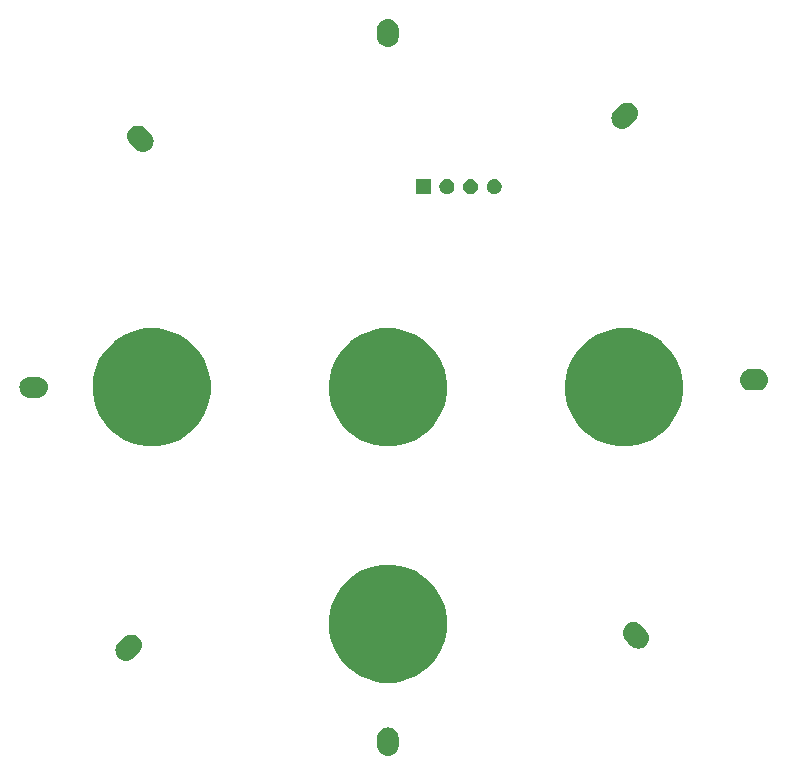
<source format=gbr>
G04 #@! TF.GenerationSoftware,KiCad,Pcbnew,(5.0.2)-1*
G04 #@! TF.CreationDate,2019-05-10T15:47:13-04:00*
G04 #@! TF.ProjectId,bikesenseCap,62696b65-7365-46e7-9365-4361702e6b69,PROD A*
G04 #@! TF.SameCoordinates,Original*
G04 #@! TF.FileFunction,Soldermask,Bot*
G04 #@! TF.FilePolarity,Negative*
%FSLAX46Y46*%
G04 Gerber Fmt 4.6, Leading zero omitted, Abs format (unit mm)*
G04 Created by KiCad (PCBNEW (5.0.2)-1) date 5/10/2019 3:47:13 PM*
%MOMM*%
%LPD*%
G01*
G04 APERTURE LIST*
%ADD10C,0.100000*%
G04 APERTURE END LIST*
D10*
G36*
X150176432Y-128813022D02*
X150346081Y-128864485D01*
X150502433Y-128948056D01*
X150639475Y-129060525D01*
X150751941Y-129197564D01*
X150751943Y-129197568D01*
X150835514Y-129353919D01*
X150835515Y-129353922D01*
X150835516Y-129353924D01*
X150886978Y-129523569D01*
X150900000Y-129655790D01*
X150900000Y-130344211D01*
X150886978Y-130476432D01*
X150835515Y-130646081D01*
X150751944Y-130802433D01*
X150639475Y-130939475D01*
X150502436Y-131051941D01*
X150346076Y-131135516D01*
X150176431Y-131186978D01*
X150000000Y-131204354D01*
X149823568Y-131186978D01*
X149653919Y-131135515D01*
X149497567Y-131051944D01*
X149360525Y-130939475D01*
X149248059Y-130802436D01*
X149164484Y-130646076D01*
X149113022Y-130476431D01*
X149100000Y-130344210D01*
X149100000Y-129655789D01*
X149113022Y-129523568D01*
X149164486Y-129353919D01*
X149248057Y-129197567D01*
X149360526Y-129060525D01*
X149497568Y-128948056D01*
X149653920Y-128864485D01*
X149823569Y-128813022D01*
X150000000Y-128795646D01*
X150176432Y-128813022D01*
X150176432Y-128813022D01*
G37*
G36*
X150975452Y-115096074D02*
X151458446Y-115192147D01*
X152368388Y-115569057D01*
X153181795Y-116112558D01*
X153187317Y-116116248D01*
X153883752Y-116812683D01*
X153883754Y-116812686D01*
X154430943Y-117631612D01*
X154430943Y-117631613D01*
X154807853Y-118541555D01*
X155000000Y-119507542D01*
X155000000Y-120492458D01*
X154976333Y-120611438D01*
X154807853Y-121458446D01*
X154430943Y-122368388D01*
X153947010Y-123092645D01*
X153883752Y-123187317D01*
X153187317Y-123883752D01*
X153187314Y-123883754D01*
X152368388Y-124430943D01*
X151458446Y-124807853D01*
X150975451Y-124903927D01*
X150492458Y-125000000D01*
X149507542Y-125000000D01*
X149024549Y-124903927D01*
X148541554Y-124807853D01*
X147631612Y-124430943D01*
X146812686Y-123883754D01*
X146812683Y-123883752D01*
X146116248Y-123187317D01*
X146052990Y-123092645D01*
X145569057Y-122368388D01*
X145192147Y-121458446D01*
X145023667Y-120611438D01*
X145000000Y-120492458D01*
X145000000Y-119507542D01*
X145192147Y-118541555D01*
X145569057Y-117631613D01*
X145569057Y-117631612D01*
X146116246Y-116812686D01*
X146116248Y-116812683D01*
X146812683Y-116116248D01*
X146818205Y-116112558D01*
X147631612Y-115569057D01*
X148541554Y-115192147D01*
X149024548Y-115096074D01*
X149507542Y-115000000D01*
X150492458Y-115000000D01*
X150975452Y-115096074D01*
X150975452Y-115096074D01*
G37*
G36*
X128433564Y-120945890D02*
X128603213Y-120997354D01*
X128759560Y-121080923D01*
X128759561Y-121080924D01*
X128759563Y-121080925D01*
X128787300Y-121103688D01*
X128896607Y-121193393D01*
X129009077Y-121330440D01*
X129092646Y-121486787D01*
X129144110Y-121656436D01*
X129161486Y-121832868D01*
X129144110Y-122009300D01*
X129092647Y-122178948D01*
X129050856Y-122257132D01*
X129009075Y-122335299D01*
X128981920Y-122368387D01*
X128924783Y-122438009D01*
X128681394Y-122681397D01*
X128438005Y-122924787D01*
X128335299Y-123009075D01*
X128178949Y-123092646D01*
X128009299Y-123144110D01*
X127832868Y-123161486D01*
X127656437Y-123144110D01*
X127486787Y-123092646D01*
X127330437Y-123009075D01*
X127193394Y-122896606D01*
X127080925Y-122759563D01*
X126997354Y-122603213D01*
X126945890Y-122433563D01*
X126928514Y-122257132D01*
X126945890Y-122080701D01*
X126997354Y-121911051D01*
X127080925Y-121754701D01*
X127161567Y-121656438D01*
X127165213Y-121651995D01*
X127408603Y-121408606D01*
X127651991Y-121165217D01*
X127663484Y-121155785D01*
X127754701Y-121080925D01*
X127839311Y-121035700D01*
X127911052Y-120997353D01*
X128080700Y-120945890D01*
X128257132Y-120928514D01*
X128433564Y-120945890D01*
X128433564Y-120945890D01*
G37*
G36*
X170964299Y-119900890D02*
X171133949Y-119952354D01*
X171290299Y-120035925D01*
X171393005Y-120120213D01*
X171879783Y-120606991D01*
X171889215Y-120618484D01*
X171964075Y-120709701D01*
X171994556Y-120766728D01*
X172047647Y-120866052D01*
X172099110Y-121035700D01*
X172116486Y-121212132D01*
X172099110Y-121388564D01*
X172047646Y-121558213D01*
X171964077Y-121714560D01*
X171851607Y-121851607D01*
X171779173Y-121911051D01*
X171714563Y-121964075D01*
X171714561Y-121964076D01*
X171714560Y-121964077D01*
X171558213Y-122047646D01*
X171388564Y-122099110D01*
X171212132Y-122116486D01*
X171035700Y-122099110D01*
X170866052Y-122047647D01*
X170766728Y-121994556D01*
X170709701Y-121964075D01*
X170606996Y-121879787D01*
X170606991Y-121879783D01*
X170363603Y-121636394D01*
X170120213Y-121393005D01*
X170035925Y-121290299D01*
X169994144Y-121212132D01*
X169952354Y-121133949D01*
X169900890Y-120964299D01*
X169883514Y-120787868D01*
X169900890Y-120611437D01*
X169952354Y-120441787D01*
X170035925Y-120285437D01*
X170148394Y-120148394D01*
X170285437Y-120035925D01*
X170441787Y-119952354D01*
X170611437Y-119900890D01*
X170787868Y-119883514D01*
X170964299Y-119900890D01*
X170964299Y-119900890D01*
G37*
G36*
X150975452Y-95096074D02*
X151458446Y-95192147D01*
X152368388Y-95569057D01*
X153181795Y-96112558D01*
X153187317Y-96116248D01*
X153883752Y-96812683D01*
X153883754Y-96812686D01*
X154430943Y-97631612D01*
X154796641Y-98514486D01*
X154807853Y-98541555D01*
X154933569Y-99173569D01*
X155000000Y-99507543D01*
X155000000Y-100492457D01*
X154807853Y-101458446D01*
X154430943Y-102368388D01*
X153887442Y-103181795D01*
X153883752Y-103187317D01*
X153187317Y-103883752D01*
X153187314Y-103883754D01*
X152368388Y-104430943D01*
X151458446Y-104807853D01*
X150975451Y-104903927D01*
X150492458Y-105000000D01*
X149507542Y-105000000D01*
X149024549Y-104903927D01*
X148541554Y-104807853D01*
X147631612Y-104430943D01*
X146812686Y-103883754D01*
X146812683Y-103883752D01*
X146116248Y-103187317D01*
X146112558Y-103181795D01*
X145569057Y-102368388D01*
X145192147Y-101458446D01*
X145000000Y-100492457D01*
X145000000Y-99507543D01*
X145066432Y-99173569D01*
X145192147Y-98541555D01*
X145203359Y-98514486D01*
X145569057Y-97631612D01*
X146116246Y-96812686D01*
X146116248Y-96812683D01*
X146812683Y-96116248D01*
X146818205Y-96112558D01*
X147631612Y-95569057D01*
X148541554Y-95192147D01*
X149024548Y-95096074D01*
X149507542Y-95000000D01*
X150492458Y-95000000D01*
X150975452Y-95096074D01*
X150975452Y-95096074D01*
G37*
G36*
X130975452Y-95096074D02*
X131458446Y-95192147D01*
X132368388Y-95569057D01*
X133181795Y-96112558D01*
X133187317Y-96116248D01*
X133883752Y-96812683D01*
X133883754Y-96812686D01*
X134430943Y-97631612D01*
X134796641Y-98514486D01*
X134807853Y-98541555D01*
X134933569Y-99173569D01*
X135000000Y-99507543D01*
X135000000Y-100492457D01*
X134807853Y-101458446D01*
X134430943Y-102368388D01*
X133887442Y-103181795D01*
X133883752Y-103187317D01*
X133187317Y-103883752D01*
X133187314Y-103883754D01*
X132368388Y-104430943D01*
X131458446Y-104807853D01*
X130975451Y-104903927D01*
X130492458Y-105000000D01*
X129507542Y-105000000D01*
X129024549Y-104903927D01*
X128541554Y-104807853D01*
X127631612Y-104430943D01*
X126812686Y-103883754D01*
X126812683Y-103883752D01*
X126116248Y-103187317D01*
X126112558Y-103181795D01*
X125569057Y-102368388D01*
X125192147Y-101458446D01*
X125000000Y-100492457D01*
X125000000Y-99507543D01*
X125066432Y-99173569D01*
X125192147Y-98541555D01*
X125203359Y-98514486D01*
X125569057Y-97631612D01*
X126116246Y-96812686D01*
X126116248Y-96812683D01*
X126812683Y-96116248D01*
X126818205Y-96112558D01*
X127631612Y-95569057D01*
X128541554Y-95192147D01*
X129024548Y-95096074D01*
X129507542Y-95000000D01*
X130492458Y-95000000D01*
X130975452Y-95096074D01*
X130975452Y-95096074D01*
G37*
G36*
X170975452Y-95096074D02*
X171458446Y-95192147D01*
X172368388Y-95569057D01*
X173181795Y-96112558D01*
X173187317Y-96116248D01*
X173883752Y-96812683D01*
X173883754Y-96812686D01*
X174430943Y-97631612D01*
X174796641Y-98514486D01*
X174807853Y-98541555D01*
X174933569Y-99173569D01*
X175000000Y-99507543D01*
X175000000Y-100492457D01*
X174807853Y-101458446D01*
X174430943Y-102368388D01*
X173887442Y-103181795D01*
X173883752Y-103187317D01*
X173187317Y-103883752D01*
X173187314Y-103883754D01*
X172368388Y-104430943D01*
X171458446Y-104807853D01*
X170975451Y-104903927D01*
X170492458Y-105000000D01*
X169507542Y-105000000D01*
X169024549Y-104903927D01*
X168541554Y-104807853D01*
X167631612Y-104430943D01*
X166812686Y-103883754D01*
X166812683Y-103883752D01*
X166116248Y-103187317D01*
X166112558Y-103181795D01*
X165569057Y-102368388D01*
X165192147Y-101458446D01*
X165000000Y-100492457D01*
X165000000Y-99507543D01*
X165066432Y-99173569D01*
X165192147Y-98541555D01*
X165203359Y-98514486D01*
X165569057Y-97631612D01*
X166116246Y-96812686D01*
X166116248Y-96812683D01*
X166812683Y-96116248D01*
X166818205Y-96112558D01*
X167631612Y-95569057D01*
X168541554Y-95192147D01*
X169024548Y-95096074D01*
X169507542Y-95000000D01*
X170492458Y-95000000D01*
X170975452Y-95096074D01*
X170975452Y-95096074D01*
G37*
G36*
X120476432Y-99113022D02*
X120646081Y-99164485D01*
X120802433Y-99248056D01*
X120939475Y-99360525D01*
X121051944Y-99497567D01*
X121135515Y-99653919D01*
X121186978Y-99823568D01*
X121204354Y-100000000D01*
X121186978Y-100176432D01*
X121135515Y-100346081D01*
X121051944Y-100502433D01*
X120939475Y-100639475D01*
X120802433Y-100751944D01*
X120646081Y-100835515D01*
X120476432Y-100886978D01*
X120344211Y-100900000D01*
X119655789Y-100900000D01*
X119523568Y-100886978D01*
X119353919Y-100835515D01*
X119197567Y-100751944D01*
X119060525Y-100639475D01*
X118948056Y-100502433D01*
X118864485Y-100346081D01*
X118813022Y-100176432D01*
X118795646Y-100000000D01*
X118813022Y-99823568D01*
X118864485Y-99653919D01*
X118948056Y-99497567D01*
X119060525Y-99360525D01*
X119197567Y-99248056D01*
X119353919Y-99164485D01*
X119523568Y-99113022D01*
X119655789Y-99100000D01*
X120344211Y-99100000D01*
X120476432Y-99113022D01*
X120476432Y-99113022D01*
G37*
G36*
X181476432Y-98463022D02*
X181646081Y-98514485D01*
X181802433Y-98598056D01*
X181939475Y-98710525D01*
X182051944Y-98847567D01*
X182135515Y-99003919D01*
X182186978Y-99173568D01*
X182204354Y-99350000D01*
X182186978Y-99526432D01*
X182135515Y-99696081D01*
X182051944Y-99852433D01*
X181939475Y-99989475D01*
X181802433Y-100101944D01*
X181646081Y-100185515D01*
X181476432Y-100236978D01*
X181344211Y-100250000D01*
X180655789Y-100250000D01*
X180523568Y-100236978D01*
X180353919Y-100185515D01*
X180197567Y-100101944D01*
X180060525Y-99989475D01*
X179948056Y-99852433D01*
X179864485Y-99696081D01*
X179813022Y-99526432D01*
X179795646Y-99350000D01*
X179813022Y-99173568D01*
X179864485Y-99003919D01*
X179948056Y-98847567D01*
X180060525Y-98710525D01*
X180197567Y-98598056D01*
X180353919Y-98514485D01*
X180523568Y-98463022D01*
X180655789Y-98450000D01*
X181344211Y-98450000D01*
X181476432Y-98463022D01*
X181476432Y-98463022D01*
G37*
G36*
X153635260Y-83635000D02*
X152365260Y-83635000D01*
X152365260Y-82365000D01*
X153635260Y-82365000D01*
X153635260Y-83635000D01*
X153635260Y-83635000D01*
G37*
G36*
X155187003Y-82389403D02*
X155302564Y-82437270D01*
X155406572Y-82506766D01*
X155495014Y-82595208D01*
X155564510Y-82699216D01*
X155612377Y-82814777D01*
X155636780Y-82937459D01*
X155636780Y-83062541D01*
X155612377Y-83185223D01*
X155564510Y-83300784D01*
X155495014Y-83404792D01*
X155406572Y-83493234D01*
X155302564Y-83562730D01*
X155187003Y-83610597D01*
X155064322Y-83635000D01*
X154939238Y-83635000D01*
X154816557Y-83610597D01*
X154700996Y-83562730D01*
X154596988Y-83493234D01*
X154508546Y-83404792D01*
X154439050Y-83300784D01*
X154391183Y-83185223D01*
X154366780Y-83062541D01*
X154366780Y-82937459D01*
X154391183Y-82814777D01*
X154439050Y-82699216D01*
X154508546Y-82595208D01*
X154596988Y-82506766D01*
X154700996Y-82437270D01*
X154816557Y-82389403D01*
X154939238Y-82365000D01*
X155064322Y-82365000D01*
X155187003Y-82389403D01*
X155187003Y-82389403D01*
G37*
G36*
X157183443Y-82389403D02*
X157299004Y-82437270D01*
X157403012Y-82506766D01*
X157491454Y-82595208D01*
X157560950Y-82699216D01*
X157608817Y-82814777D01*
X157633220Y-82937459D01*
X157633220Y-83062541D01*
X157608817Y-83185223D01*
X157560950Y-83300784D01*
X157491454Y-83404792D01*
X157403012Y-83493234D01*
X157299004Y-83562730D01*
X157183443Y-83610597D01*
X157060762Y-83635000D01*
X156935678Y-83635000D01*
X156812997Y-83610597D01*
X156697436Y-83562730D01*
X156593428Y-83493234D01*
X156504986Y-83404792D01*
X156435490Y-83300784D01*
X156387623Y-83185223D01*
X156363220Y-83062541D01*
X156363220Y-82937459D01*
X156387623Y-82814777D01*
X156435490Y-82699216D01*
X156504986Y-82595208D01*
X156593428Y-82506766D01*
X156697436Y-82437270D01*
X156812997Y-82389403D01*
X156935678Y-82365000D01*
X157060762Y-82365000D01*
X157183443Y-82389403D01*
X157183443Y-82389403D01*
G37*
G36*
X159184963Y-82389403D02*
X159300524Y-82437270D01*
X159404532Y-82506766D01*
X159492974Y-82595208D01*
X159562470Y-82699216D01*
X159610337Y-82814777D01*
X159634740Y-82937459D01*
X159634740Y-83062541D01*
X159610337Y-83185223D01*
X159562470Y-83300784D01*
X159492974Y-83404792D01*
X159404532Y-83493234D01*
X159300524Y-83562730D01*
X159184963Y-83610597D01*
X159062282Y-83635000D01*
X158937198Y-83635000D01*
X158814517Y-83610597D01*
X158698956Y-83562730D01*
X158594948Y-83493234D01*
X158506506Y-83404792D01*
X158437010Y-83300784D01*
X158389143Y-83185223D01*
X158364740Y-83062541D01*
X158364740Y-82937459D01*
X158389143Y-82814777D01*
X158437010Y-82699216D01*
X158506506Y-82595208D01*
X158594948Y-82506766D01*
X158698956Y-82437270D01*
X158814517Y-82389403D01*
X158937198Y-82365000D01*
X159062282Y-82365000D01*
X159184963Y-82389403D01*
X159184963Y-82389403D01*
G37*
G36*
X129009299Y-77855490D02*
X129178949Y-77906954D01*
X129335299Y-77990525D01*
X129438005Y-78074813D01*
X129924783Y-78561591D01*
X129934215Y-78573084D01*
X130009075Y-78664301D01*
X130039556Y-78721328D01*
X130092647Y-78820652D01*
X130144110Y-78990300D01*
X130161486Y-79166732D01*
X130144110Y-79343164D01*
X130092646Y-79512813D01*
X130009077Y-79669160D01*
X129896607Y-79806207D01*
X129787300Y-79895912D01*
X129759563Y-79918675D01*
X129759561Y-79918676D01*
X129759560Y-79918677D01*
X129603213Y-80002246D01*
X129433564Y-80053710D01*
X129257132Y-80071086D01*
X129080700Y-80053710D01*
X128911052Y-80002247D01*
X128811728Y-79949156D01*
X128754701Y-79918675D01*
X128651996Y-79834387D01*
X128651991Y-79834383D01*
X128408603Y-79590994D01*
X128165213Y-79347605D01*
X128080925Y-79244899D01*
X128039144Y-79166732D01*
X127997354Y-79088549D01*
X127945890Y-78918899D01*
X127928514Y-78742468D01*
X127945890Y-78566037D01*
X127997354Y-78396387D01*
X128080925Y-78240037D01*
X128193394Y-78102994D01*
X128330437Y-77990525D01*
X128486787Y-77906954D01*
X128656437Y-77855490D01*
X128832868Y-77838114D01*
X129009299Y-77855490D01*
X129009299Y-77855490D01*
G37*
G36*
X170433564Y-75900890D02*
X170603213Y-75952354D01*
X170759560Y-76035923D01*
X170759561Y-76035924D01*
X170759563Y-76035925D01*
X170787300Y-76058688D01*
X170896607Y-76148393D01*
X171009077Y-76285440D01*
X171092646Y-76441787D01*
X171144110Y-76611436D01*
X171161486Y-76787868D01*
X171144110Y-76964300D01*
X171092647Y-77133948D01*
X171050856Y-77212132D01*
X171009075Y-77290299D01*
X170934215Y-77381516D01*
X170924783Y-77393009D01*
X170681394Y-77636397D01*
X170438005Y-77879787D01*
X170404900Y-77906955D01*
X170335299Y-77964075D01*
X170178949Y-78047646D01*
X170009299Y-78099110D01*
X169832868Y-78116486D01*
X169656437Y-78099110D01*
X169486787Y-78047646D01*
X169330437Y-77964075D01*
X169193394Y-77851606D01*
X169080925Y-77714563D01*
X168997354Y-77558213D01*
X168945890Y-77388563D01*
X168928514Y-77212132D01*
X168945890Y-77035701D01*
X168997354Y-76866051D01*
X169080925Y-76709701D01*
X169161567Y-76611438D01*
X169165213Y-76606995D01*
X169408603Y-76363606D01*
X169651991Y-76120217D01*
X169663484Y-76110785D01*
X169754701Y-76035925D01*
X169811728Y-76005444D01*
X169911052Y-75952353D01*
X170080700Y-75900890D01*
X170257132Y-75883514D01*
X170433564Y-75900890D01*
X170433564Y-75900890D01*
G37*
G36*
X150176431Y-68813022D02*
X150346076Y-68864484D01*
X150502436Y-68948059D01*
X150639475Y-69060525D01*
X150751944Y-69197567D01*
X150835515Y-69353919D01*
X150886978Y-69523568D01*
X150900000Y-69655789D01*
X150900000Y-70344210D01*
X150886978Y-70476431D01*
X150835516Y-70646076D01*
X150835514Y-70646081D01*
X150766173Y-70775809D01*
X150751941Y-70802436D01*
X150639475Y-70939475D01*
X150502433Y-71051944D01*
X150346081Y-71135515D01*
X150176432Y-71186978D01*
X150000000Y-71204354D01*
X149823569Y-71186978D01*
X149653920Y-71135515D01*
X149497568Y-71051944D01*
X149360526Y-70939475D01*
X149248057Y-70802433D01*
X149164486Y-70646081D01*
X149113022Y-70476432D01*
X149100000Y-70344211D01*
X149100000Y-69655790D01*
X149113022Y-69523569D01*
X149164484Y-69353924D01*
X149248059Y-69197564D01*
X149360525Y-69060525D01*
X149497567Y-68948056D01*
X149653919Y-68864485D01*
X149823568Y-68813022D01*
X150000000Y-68795646D01*
X150176431Y-68813022D01*
X150176431Y-68813022D01*
G37*
M02*

</source>
